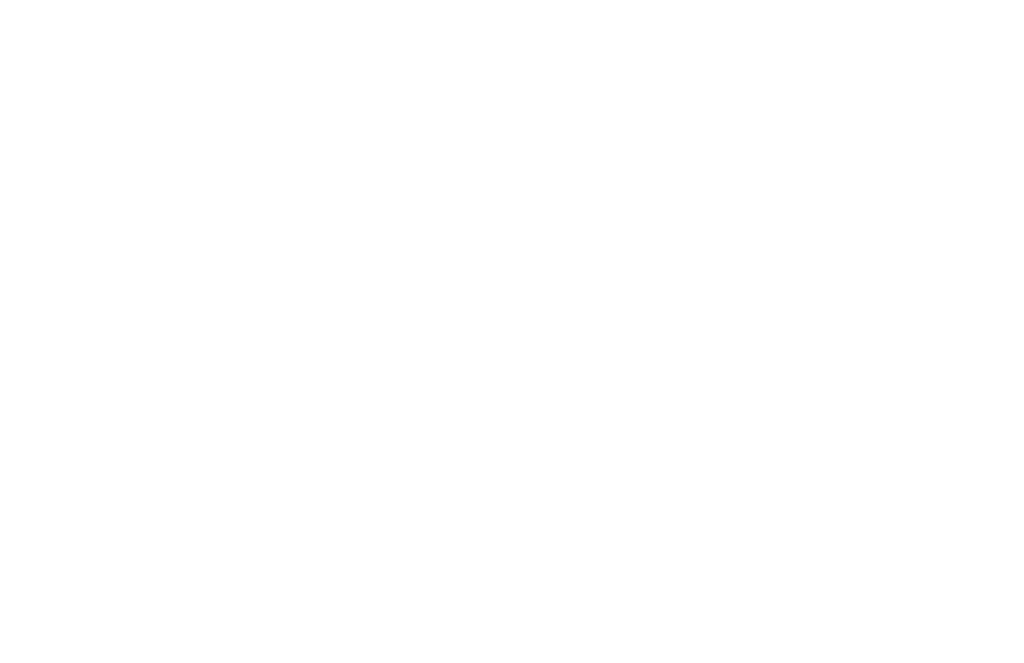
<source format=kicad_sch>
(kicad_sch
  (version 20210621)
  (generator eeschema)
  (uuid 20011966-661e-6b8b-23ca-06cc0380aa32)
  (paper "User" 584.2 378.46)
  (title_block
    (title "RESHA 6")
    (date "90XXXX")
    (rev "1.0")
    (comment 1 "RESHA")
    (comment 2 "GJS")
    (comment 3 "R1000 - M400")
    (comment 4 "IN DESIGN")
  )
  (lib_symbols)
)

</source>
